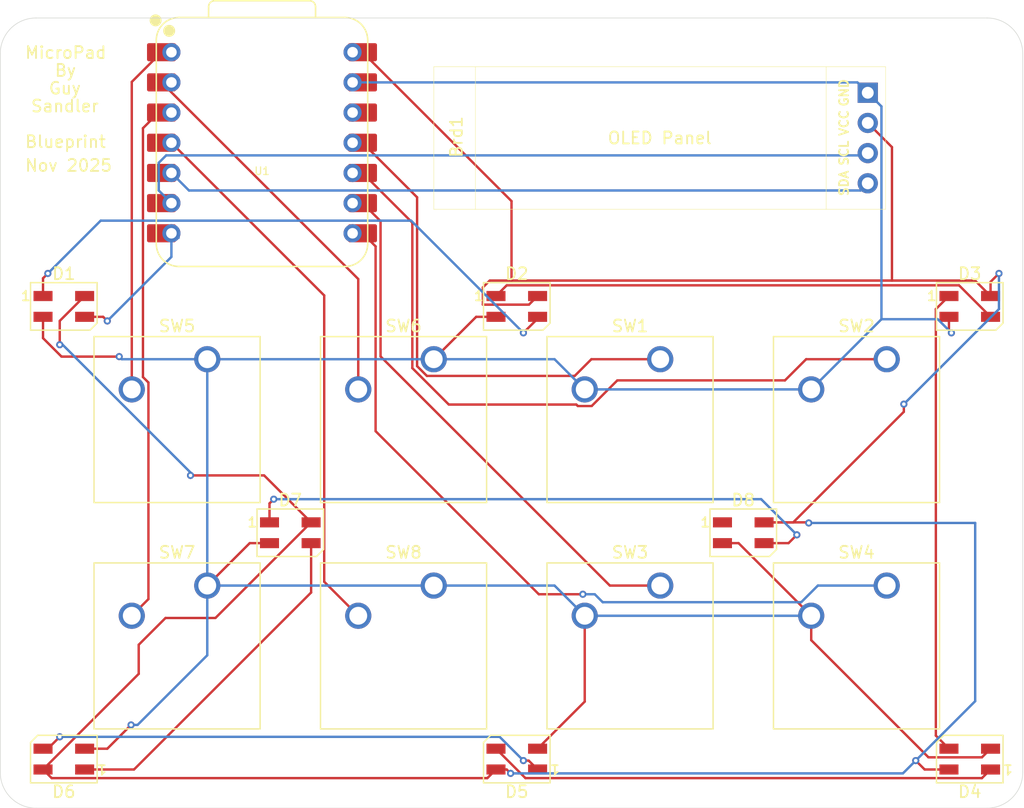
<source format=kicad_pcb>
(kicad_pcb (version 20241229) (generator "pcbnew") (generator_version "9.0")
  (layers (0 "F.Cu" signal) (2 "B.Cu" signal) (13 "F.Paste" user) (15 "B.Paste" user) (5 "F.SilkS" user "F.Silkscreen") (7 "B.SilkS" user "B.Silkscreen") (1 "F.Mask" user) (3 "B.Mask" user) (25 "Edge.Cuts" user))
  (net 0 "")
  (net 1 "Net-(Brd1-SDA)")
  (net 2 "Net-(Brd1-SCL)")
  (net 3 "GND")
  (net 4 "Net-(D1-DOUT)")
  (net 5 "Net-(D1-DIN)")
  (net 6 "Net-(D2-DOUT)")
  (net 7 "Net-(D3-DOUT)")
  (net 8 "Net-(D4-DOUT)")
  (net 9 "Net-(D5-DOUT)")
  (net 10 "Net-(D6-DOUT)")
  (net 11 "Net-(D7-DOUT)")
  (net 13 "Net-(U1-GPIO3{slash}MOSI)")
  (net 14 "Net-(U1-GPIO4{slash}MISO)")
  (net 15 "Net-(U1-GPIO2{slash}SCK)")
  (net 16 "Net-(U1-GPIO1{slash}RX)")
  (net 17 "Net-(U1-GPIO26{slash}ADC0{slash}A0)")
  (net 18 "Net-(U1-GPIO27{slash}ADC1{slash}A1)")
  (net 19 "Net-(U1-GPIO28{slash}ADC2{slash}A2)")
  (net 20 "Net-(U1-GPIO29{slash}ADC3{slash}A3)")
  (net 22 "vcc")
  (footprint "LED_SMD:LED_SK6812MINI_PLCC4_3.5x3.5mm_P1.75mm" (layer "F.Cu") (at 140.49375 123.825)
    (property "Reference" "D8" (at 0 -2.75 0) (layer "F.SilkS"))
    (property "Value" "SK6812MINI")
    (fp_line (start -2.8 -2) (end -2.8 2) (stroke (width 0.12)) (layer "F.SilkS"))
    (fp_line (start -2.8 -2) (end 2.8 -2) (stroke (width 0.12)) (layer "F.SilkS"))
    (fp_line (start -2.8 2) (end 2.2 2) (stroke (width 0.12)) (layer "F.SilkS"))
    (fp_line (start 2.8 1.4) (end 2.2 2) (stroke (width 0.12)) (layer "F.SilkS"))
    (fp_line (start 2.8 1.4) (end 2.8 -2) (stroke (width 0.12)) (layer "F.SilkS"))
    (fp_text user "1" (at -3.2 -0.875 0) (layer "F.SilkS") (effects (font (size 0.8 0.8))))
    (pad "1" smd rect (at -1.75 -0.875) (size 1.6 0.85) (layers "F.Cu" "F.Mask" "F.Paste"))
    (pad "2" smd rect (at -1.75 0.875) (size 1.6 0.85) (layers "F.Cu" "F.Mask" "F.Paste") (net 3 "GND"))
    (pad "3" smd rect (at 1.75 0.875) (size 1.6 0.85) (layers "F.Cu" "F.Mask" "F.Paste") (net 11 "Net-(D7-DOUT)"))
    (pad "4" smd rect (at 1.75 -0.875) (size 1.6 0.85) (layers "F.Cu" "F.Mask" "F.Paste") (net 22 "vcc"))
  )
  (footprint "Button_Switch_Keyboard:SW_Cherry_MX_1.00u_PCB" (layer "F.Cu") (at 95.40875 109.22)
    (property "Reference" "SW5" (at -2.54 -2.794 0) (layer "F.SilkS"))
    (property "Value" "SW_Push")
    (fp_line (start -9.525 -1.905) (end 4.445 -1.905) (stroke (width 0.12)) (layer "F.SilkS"))
    (fp_line (start -9.525 12.065) (end -9.525 -1.905) (stroke (width 0.12)) (layer "F.SilkS"))
    (fp_line (start 4.445 -1.905) (end 4.445 12.065) (stroke (width 0.12)) (layer "F.SilkS"))
    (fp_line (start 4.445 12.065) (end -9.525 12.065) (stroke (width 0.12)) (layer "F.SilkS"))
    (pad "" np_thru_hole circle (at -7.62 5.08) (size 1.7 1.7) (drill 1.7) (layers "*.Cu" "*.Mask"))
    (pad "" np_thru_hole circle (at -2.54 5.08) (size 4 4) (drill 4) (layers "*.Cu" "*.Mask"))
    (pad "" np_thru_hole circle (at 2.54 5.08) (size 1.7 1.7) (drill 1.7) (layers "*.Cu" "*.Mask"))
    (pad "1" thru_hole circle (at 0 0) (size 2.2 2.2) (drill 1.5) (layers "*.Cu" "*.Mask") (net 3 "GND"))
    (pad "2" thru_hole circle (at -6.35 2.54) (size 2.2 2.2) (drill 1.5) (layers "*.Cu" "*.Mask") (net 17 "Net-(U1-GPIO26{slash}ADC0{slash}A0)"))
  )
  (footprint "Button_Switch_Keyboard:SW_Cherry_MX_1.00u_PCB" (layer "F.Cu") (at 152.55875 109.22)
    (property "Reference" "SW2" (at -2.54 -2.794 0) (layer "F.SilkS"))
    (property "Value" "SW_Push")
    (fp_line (start -9.525 -1.905) (end 4.445 -1.905) (stroke (width 0.12)) (layer "F.SilkS"))
    (fp_line (start -9.525 12.065) (end -9.525 -1.905) (stroke (width 0.12)) (layer "F.SilkS"))
    (fp_line (start 4.445 -1.905) (end 4.445 12.065) (stroke (width 0.12)) (layer "F.SilkS"))
    (fp_line (start 4.445 12.065) (end -9.525 12.065) (stroke (width 0.12)) (layer "F.SilkS"))
    (pad "" np_thru_hole circle (at -7.62 5.08) (size 1.7 1.7) (drill 1.7) (layers "*.Cu" "*.Mask"))
    (pad "" np_thru_hole circle (at -2.54 5.08) (size 4 4) (drill 4) (layers "*.Cu" "*.Mask"))
    (pad "" np_thru_hole circle (at 2.54 5.08) (size 1.7 1.7) (drill 1.7) (layers "*.Cu" "*.Mask"))
    (pad "1" thru_hole circle (at 0 0) (size 2.2 2.2) (drill 1.5) (layers "*.Cu" "*.Mask") (net 14 "Net-(U1-GPIO4{slash}MISO)"))
    (pad "2" thru_hole circle (at -6.35 2.54) (size 2.2 2.2) (drill 1.5) (layers "*.Cu" "*.Mask") (net 3 "GND"))
  )
  (footprint "oled:SSD1306-0.91-OLED-4pin-128x32" (layer "F.Cu") (at 114.465 84.6025)
    (property "Reference" "Brd1" (at 1.9 5.91 90) (layer "F.SilkS"))
    (property "Value" "SSD1306")
    (fp_line (start 0 0) (end 0 12) (stroke (width 0.04)) (layer "F.SilkS"))
    (fp_line (start 0 12) (end 38 12) (stroke (width 0.04)) (layer "F.SilkS"))
    (fp_line (start 3.5 0) (end 3.5 12) (stroke (width 0.04)) (layer "F.SilkS"))
    (fp_line (start 33 0) (end 33 12) (stroke (width 0.04)) (layer "F.SilkS"))
    (fp_line (start 38 0) (end 0 0) (stroke (width 0.04)) (layer "F.SilkS"))
    (fp_line (start 38 12) (end 38 0) (stroke (width 0.04)) (layer "F.SilkS"))
    (fp_text user "SCL" (at 34.5 7.27 270) (layer "F.SilkS") (effects (font (size 0.75 0.75))))
    (fp_text user "OLED Panel" (at 19 6 0) (layer "F.SilkS"))
    (fp_text user "VCC" (at 34.5 4.73 270) (layer "F.SilkS") (effects (font (size 0.75 0.75))))
    (fp_text user "SDA" (at 34.5 9.81 270) (layer "F.SilkS") (effects (font (size 0.75 0.75))))
    (fp_text user "GND" (at 34.5 2.19 270) (layer "F.SilkS") (effects (font (size 0.75 0.75))))
    (pad "1" thru_hole rect (at 36.5 2.19) (size 1.7 1.7) (drill 1) (layers "*.Cu" "*.Mask") (net 3 "GND"))
    (pad "2" thru_hole oval (at 36.5 4.73) (size 1.7 1.7) (drill 1) (layers "*.Cu" "*.Mask") (net 22 "vcc"))
    (pad "3" thru_hole oval (at 36.5 7.27) (size 1.7 1.7) (drill 1) (layers "*.Cu" "*.Mask") (net 2 "Net-(Brd1-SCL)"))
    (pad "4" thru_hole oval (at 36.5 9.81) (size 1.7 1.7) (drill 1) (layers "*.Cu" "*.Mask") (net 1 "Net-(Brd1-SDA)"))
  )
  (footprint "LED_SMD:LED_SK6812MINI_PLCC4_3.5x3.5mm_P1.75mm" (layer "F.Cu") (at 83.34375 104.775)
    (property "Reference" "D1" (at 0 -2.75 0) (layer "F.SilkS"))
    (property "Value" "SK6812MINI")
    (fp_line (start -2.8 -2) (end -2.8 2) (stroke (width 0.12)) (layer "F.SilkS"))
    (fp_line (start -2.8 -2) (end 2.8 -2) (stroke (width 0.12)) (layer "F.SilkS"))
    (fp_line (start -2.8 2) (end 2.2 2) (stroke (width 0.12)) (layer "F.SilkS"))
    (fp_line (start 2.8 1.4) (end 2.2 2) (stroke (width 0.12)) (layer "F.SilkS"))
    (fp_line (start 2.8 1.4) (end 2.8 -2) (stroke (width 0.12)) (layer "F.SilkS"))
    (fp_text user "1" (at -3.2 -0.875 0) (layer "F.SilkS") (effects (font (size 0.8 0.8))))
    (pad "1" smd rect (at -1.75 -0.875) (size 1.6 0.85) (layers "F.Cu" "F.Mask" "F.Paste") (net 4 "Net-(D1-DOUT)"))
    (pad "2" smd rect (at -1.75 0.875) (size 1.6 0.85) (layers "F.Cu" "F.Mask" "F.Paste") (net 3 "GND"))
    (pad "3" smd rect (at 1.75 0.875) (size 1.6 0.85) (layers "F.Cu" "F.Mask" "F.Paste") (net 5 "Net-(D1-DIN)"))
    (pad "4" smd rect (at 1.75 -0.875) (size 1.6 0.85) (layers "F.Cu" "F.Mask" "F.Paste") (net 22 "vcc"))
  )
  (footprint "LED_SMD:LED_SK6812MINI_PLCC4_3.5x3.5mm_P1.75mm" (layer "F.Cu") (at 102.39375 123.825)
    (property "Reference" "D7" (at 0 -2.75 0) (layer "F.SilkS"))
    (property "Value" "SK6812MINI")
    (fp_line (start -2.8 -2) (end -2.8 2) (stroke (width 0.12)) (layer "F.SilkS"))
    (fp_line (start -2.8 -2) (end 2.8 -2) (stroke (width 0.12)) (layer "F.SilkS"))
    (fp_line (start -2.8 2) (end 2.2 2) (stroke (width 0.12)) (layer "F.SilkS"))
    (fp_line (start 2.8 1.4) (end 2.2 2) (stroke (width 0.12)) (layer "F.SilkS"))
    (fp_line (start 2.8 1.4) (end 2.8 -2) (stroke (width 0.12)) (layer "F.SilkS"))
    (fp_text user "1" (at -3.2 -0.875 0) (layer "F.SilkS") (effects (font (size 0.8 0.8))))
    (pad "1" smd rect (at -1.75 -0.875) (size 1.6 0.85) (layers "F.Cu" "F.Mask" "F.Paste") (net 11 "Net-(D7-DOUT)"))
    (pad "2" smd rect (at -1.75 0.875) (size 1.6 0.85) (layers "F.Cu" "F.Mask" "F.Paste") (net 3 "GND"))
    (pad "3" smd rect (at 1.75 0.875) (size 1.6 0.85) (layers "F.Cu" "F.Mask" "F.Paste") (net 10 "Net-(D6-DOUT)"))
    (pad "4" smd rect (at 1.75 -0.875) (size 1.6 0.85) (layers "F.Cu" "F.Mask" "F.Paste") (net 22 "vcc"))
  )
  (footprint "LED_SMD:LED_SK6812MINI_PLCC4_3.5x3.5mm_P1.75mm" (layer "F.Cu") (at 121.44375 104.775)
    (property "Reference" "D2" (at 0 -2.75 0) (layer "F.SilkS"))
    (property "Value" "SK6812MINI")
    (fp_line (start -2.8 -2) (end -2.8 2) (stroke (width 0.12)) (layer "F.SilkS"))
    (fp_line (start -2.8 -2) (end 2.8 -2) (stroke (width 0.12)) (layer "F.SilkS"))
    (fp_line (start -2.8 2) (end 2.2 2) (stroke (width 0.12)) (layer "F.SilkS"))
    (fp_line (start 2.8 1.4) (end 2.2 2) (stroke (width 0.12)) (layer "F.SilkS"))
    (fp_line (start 2.8 1.4) (end 2.8 -2) (stroke (width 0.12)) (layer "F.SilkS"))
    (fp_text user "1" (at -3.2 -0.875 0) (layer "F.SilkS") (effects (font (size 0.8 0.8))))
    (pad "1" smd rect (at -1.75 -0.875) (size 1.6 0.85) (layers "F.Cu" "F.Mask" "F.Paste") (net 6 "Net-(D2-DOUT)"))
    (pad "2" smd rect (at -1.75 0.875) (size 1.6 0.85) (layers "F.Cu" "F.Mask" "F.Paste") (net 3 "GND"))
    (pad "3" smd rect (at 1.75 0.875) (size 1.6 0.85) (layers "F.Cu" "F.Mask" "F.Paste") (net 4 "Net-(D1-DOUT)"))
    (pad "4" smd rect (at 1.75 -0.875) (size 1.6 0.85) (layers "F.Cu" "F.Mask" "F.Paste") (net 22 "vcc"))
  )
  (footprint "Button_Switch_Keyboard:SW_Cherry_MX_1.00u_PCB" (layer "F.Cu") (at 95.40875 128.27)
    (property "Reference" "SW7" (at -2.54 -2.794 0) (layer "F.SilkS"))
    (property "Value" "SW_Push")
    (fp_line (start -9.525 -1.905) (end 4.445 -1.905) (stroke (width 0.12)) (layer "F.SilkS"))
    (fp_line (start -9.525 12.065) (end -9.525 -1.905) (stroke (width 0.12)) (layer "F.SilkS"))
    (fp_line (start 4.445 -1.905) (end 4.445 12.065) (stroke (width 0.12)) (layer "F.SilkS"))
    (fp_line (start 4.445 12.065) (end -9.525 12.065) (stroke (width 0.12)) (layer "F.SilkS"))
    (pad "" np_thru_hole circle (at -7.62 5.08) (size 1.7 1.7) (drill 1.7) (layers "*.Cu" "*.Mask"))
    (pad "" np_thru_hole circle (at -2.54 5.08) (size 4 4) (drill 4) (layers "*.Cu" "*.Mask"))
    (pad "" np_thru_hole circle (at 2.54 5.08) (size 1.7 1.7) (drill 1.7) (layers "*.Cu" "*.Mask"))
    (pad "1" thru_hole circle (at 0 0) (size 2.2 2.2) (drill 1.5) (layers "*.Cu" "*.Mask") (net 3 "GND"))
    (pad "2" thru_hole circle (at -6.35 2.54) (size 2.2 2.2) (drill 1.5) (layers "*.Cu" "*.Mask") (net 19 "Net-(U1-GPIO28{slash}ADC2{slash}A2)"))
  )
  (footprint "LED_SMD:LED_SK6812MINI_PLCC4_3.5x3.5mm_P1.75mm" (layer "F.Cu") (at 121.44375 142.875 180)
    (property "Reference" "D5" (at 0 -2.75 0) (layer "F.SilkS"))
    (property "Value" "SK6812MINI")
    (fp_line (start 2.8 1.4) (end 2.8 -2) (stroke (width 0.12)) (layer "F.SilkS"))
    (fp_line (start 2.8 1.4) (end 2.2 2) (stroke (width 0.12)) (layer "F.SilkS"))
    (fp_line (start -2.8 2) (end 2.2 2) (stroke (width 0.12)) (layer "F.SilkS"))
    (fp_line (start -2.8 -2) (end 2.8 -2) (stroke (width 0.12)) (layer "F.SilkS"))
    (fp_line (start -2.8 -2) (end -2.8 2) (stroke (width 0.12)) (layer "F.SilkS"))
    (fp_text user "1" (at -3.2 -0.875 180) (layer "F.SilkS") (effects (font (size 0.8 0.8))))
    (pad "1" smd rect (at -1.75 -0.875 180) (size 1.6 0.85) (layers "F.Cu" "F.Mask" "F.Paste") (net 9 "Net-(D5-DOUT)"))
    (pad "2" smd rect (at -1.75 0.875 180) (size 1.6 0.85) (layers "F.Cu" "F.Mask" "F.Paste") (net 3 "GND"))
    (pad "3" smd rect (at 1.75 0.875 180) (size 1.6 0.85) (layers "F.Cu" "F.Mask" "F.Paste") (net 8 "Net-(D4-DOUT)"))
    (pad "4" smd rect (at 1.75 -0.875 180) (size 1.6 0.85) (layers "F.Cu" "F.Mask" "F.Paste") (net 22 "vcc"))
  )
  (footprint "Seeed Studio XIAO Series Library:XIAO-RP2040-DIP" (layer "F.Cu") (at 100.0125 91)
    (property "Reference" "U1" (at 0 2.38125 0) (layer "F.SilkS") (effects (font (size 0.635 0.635) (thickness 0.1016))))
    (property "Value" "XIAO-RP2040-DIP")
    (fp_line (start -8.89 8.509) (end -8.89 -8.636) (stroke (width 0.127)) (layer "F.SilkS"))
    (fp_line (start -6.985 10.414) (end 6.985 10.414) (stroke (width 0.127)) (layer "F.SilkS"))
    (fp_line (start -4.495 -10.541) (end -4.491272 -11.451272) (stroke (width 0.127)) (layer "F.SilkS"))
    (fp_line (start -3.991272 -11.951) (end 4.004 -11.951) (stroke (width 0.127)) (layer "F.SilkS"))
    (fp_line (start 4.504 -11.451) (end 4.504 -10.541) (stroke (width 0.127)) (layer "F.SilkS"))
    (fp_line (start 6.985 -10.541) (end -6.985 -10.541) (stroke (width 0.1)) (layer "F.SilkS"))
    (fp_line (start 6.985 -10.541) (end -6.985 -10.541) (stroke (width 0.127)) (layer "F.SilkS"))
    (fp_line (start 8.89 8.509) (end 8.89 -8.636) (stroke (width 0.127)) (layer "F.SilkS"))
    (fp_arc (start -8.89 -8.636) (mid -8.332038 -9.983038) (end -6.985 -10.541) (stroke (width 0.127)) (layer "F.SilkS"))
    (fp_arc (start -6.985 10.414) (mid -8.332038 9.856038) (end -8.89 8.509) (stroke (width 0.127)) (layer "F.SilkS"))
    (fp_arc (start -4.491272 -11.451272) (mid -4.344728 -11.80464) (end -3.991272 -11.951) (stroke (width 0.127)) (layer "F.SilkS"))
    (fp_arc (start 4.004 -11.951) (mid 4.357553 -11.804553) (end 4.504 -11.451) (stroke (width 0.127)) (layer "F.SilkS"))
    (fp_arc (start 6.985 -10.541) (mid 8.332038 -9.983038) (end 8.89 -8.636) (stroke (width 0.127)) (layer "F.SilkS"))
    (fp_arc (start 8.89 8.509) (mid 8.332038 9.856038) (end 6.985 10.414) (stroke (width 0.127)) (layer "F.SilkS"))
    (fp_circle (center -8.95 -10.3) (end -8.95 -10.554) (stroke (width 0.5)) (fill yes) (layer "F.SilkS"))
    (fp_circle (center -7.807 -9.42) (end -7.807 -9.674) (stroke (width 0.5)) (fill yes) (layer "F.SilkS"))
    (pad "1" smd roundrect (at -8.455 -7.62 180) (size 2.432 1.524) (layers "F.Cu" "F.Mask") (roundrect_rratio 0.1) (net 17 "Net-(U1-GPIO26{slash}ADC0{slash}A0)"))
    (pad "1" thru_hole circle (at -7.62 -7.62 180) (size 1.524 1.524) (drill 0.889) (layers "*.Cu" "*.Mask") (net 17 "Net-(U1-GPIO26{slash}ADC0{slash}A0)"))
    (pad "2" smd roundrect (at -8.455 -5.08 180) (size 2.432 1.524) (layers "F.Cu" "F.Mask") (roundrect_rratio 0.1) (net 18 "Net-(U1-GPIO27{slash}ADC1{slash}A1)"))
    (pad "2" thru_hole circle (at -7.62 -5.08 180) (size 1.524 1.524) (drill 0.889) (layers "*.Cu" "*.Mask") (net 18 "Net-(U1-GPIO27{slash}ADC1{slash}A1)"))
    (pad "3" smd roundrect (at -8.455 -2.54 180) (size 2.432 1.524) (layers "F.Cu" "F.Mask") (roundrect_rratio 0.1) (net 19 "Net-(U1-GPIO28{slash}ADC2{slash}A2)"))
    (pad "3" thru_hole circle (at -7.62 -2.54 180) (size 1.524 1.524) (drill 0.889) (layers "*.Cu" "*.Mask") (net 19 "Net-(U1-GPIO28{slash}ADC2{slash}A2)"))
    (pad "4" smd roundrect (at -8.455 0 180) (size 2.432 1.524) (layers "F.Cu" "F.Mask") (roundrect_rratio 0.1) (net 20 "Net-(U1-GPIO29{slash}ADC3{slash}A3)"))
    (pad "4" thru_hole circle (at -7.62 0 180) (size 1.524 1.524) (drill 0.889) (layers "*.Cu" "*.Mask") (net 20 "Net-(U1-GPIO29{slash}ADC3{slash}A3)"))
    (pad "5" smd roundrect (at -8.455 2.54 180) (size 2.432 1.524) (layers "F.Cu" "F.Mask") (roundrect_rratio 0.1) (net 1 "Net-(Brd1-SDA)"))
    (pad "5" thru_hole circle (at -7.62 2.54 180) (size 1.524 1.524) (drill 0.889) (layers "*.Cu" "*.Mask") (net 1 "Net-(Brd1-SDA)"))
    (pad "6" smd roundrect (at -8.455 5.08 180) (size 2.432 1.524) (layers "F.Cu" "F.Mask") (roundrect_rratio 0.1) (net 2 "Net-(Brd1-SCL)"))
    (pad "6" thru_hole circle (at -7.62 5.08 180) (size 1.524 1.524) (drill 0.889) (layers "*.Cu" "*.Mask") (net 2 "Net-(Brd1-SCL)"))
    (pad "7" smd roundrect (at -8.455 7.62 180) (size 2.432 1.524) (layers "F.Cu" "F.Mask") (roundrect_rratio 0.1) (net 5 "Net-(D1-DIN)"))
    (pad "7" thru_hole circle (at -7.62 7.62 180) (size 1.524 1.524) (drill 0.889) (layers "*.Cu" "*.Mask") (net 5 "Net-(D1-DIN)"))
    (pad "8" thru_hole circle (at 7.62 7.62) (size 1.524 1.524) (drill 0.889) (layers "*.Cu" "*.Mask") (net 16 "Net-(U1-GPIO1{slash}RX)"))
    (pad "8" smd roundrect (at 8.455 7.62) (size 2.432 1.524) (layers "F.Cu" "F.Mask") (roundrect_rratio 0.1) (net 16 "Net-(U1-GPIO1{slash}RX)"))
    (pad "9" thru_hole circle (at 7.62 5.08) (size 1.524 1.524) (drill 0.889) (layers "*.Cu" "*.Mask") (net 15 "Net-(U1-GPIO2{slash}SCK)"))
    (pad "9" smd roundrect (at 8.455 5.08) (size 2.432 1.524) (layers "F.Cu" "F.Mask") (roundrect_rratio 0.1) (net 15 "Net-(U1-GPIO2{slash}SCK)"))
    (pad "10" thru_hole circle (at 7.62 2.54) (size 1.524 1.524) (drill 0.889) (layers "*.Cu" "*.Mask") (net 14 "Net-(U1-GPIO4{slash}MISO)"))
    (pad "10" smd roundrect (at 8.455 2.54) (size 2.432 1.524) (layers "F.Cu" "F.Mask") (roundrect_rratio 0.1) (net 14 "Net-(U1-GPIO4{slash}MISO)"))
    (pad "11" thru_hole circle (at 7.62 0) (size 1.524 1.524) (drill 0.889) (layers "*.Cu" "*.Mask") (net 13 "Net-(U1-GPIO3{slash}MOSI)"))
    (pad "11" smd roundrect (at 8.455 0) (size 2.432 1.524) (layers "F.Cu" "F.Mask") (roundrect_rratio 0.1) (net 13 "Net-(U1-GPIO3{slash}MOSI)"))
    (pad "12" thru_hole circle (at 7.62 -2.54) (size 1.524 1.524) (drill 0.889) (layers "*.Cu" "*.Mask"))
    (pad "12" smd roundrect (at 8.455 -2.54) (size 2.432 1.524) (layers "F.Cu" "F.Mask") (roundrect_rratio 0.1))
    (pad "13" thru_hole circle (at 7.62 -5.08) (size 1.524 1.524) (drill 0.889) (layers "*.Cu" "*.Mask") (net 3 "GND"))
    (pad "13" smd roundrect (at 8.455 -5.08) (size 2.432 1.524) (layers "F.Cu" "F.Mask") (roundrect_rratio 0.1) (net 3 "GND"))
    (pad "14" thru_hole circle (at 7.62 -7.62) (size 1.524 1.524) (drill 0.889) (layers "*.Cu" "*.Mask") (net 22 "vcc"))
    (pad "14" smd roundrect (at 8.455 -7.62) (size 2.432 1.524) (layers "F.Cu" "F.Mask") (roundrect_rratio 0.1) (net 22 "vcc"))
  )
  (footprint "Button_Switch_Keyboard:SW_Cherry_MX_1.00u_PCB" (layer "F.Cu") (at 133.50875 109.22)
    (property "Reference" "SW1" (at -2.54 -2.794 0) (layer "F.SilkS"))
    (property "Value" "SW_Push")
    (fp_line (start -9.525 -1.905) (end 4.445 -1.905) (stroke (width 0.12)) (layer "F.SilkS"))
    (fp_line (start -9.525 12.065) (end -9.525 -1.905) (stroke (width 0.12)) (layer "F.SilkS"))
    (fp_line (start 4.445 -1.905) (end 4.445 12.065) (stroke (width 0.12)) (layer "F.SilkS"))
    (fp_line (start 4.445 12.065) (end -9.525 12.065) (stroke (width 0.12)) (layer "F.SilkS"))
    (pad "" np_thru_hole circle (at -7.62 5.08) (size 1.7 1.7) (drill 1.7) (layers "*.Cu" "*.Mask"))
    (pad "" np_thru_hole circle (at -2.54 5.08) (size 4 4) (drill 4) (layers "*.Cu" "*.Mask"))
    (pad "" np_thru_hole circle (at 2.54 5.08) (size 1.7 1.7) (drill 1.7) (layers "*.Cu" "*.Mask"))
    (pad "1" thru_hole circle (at 0 0) (size 2.2 2.2) (drill 1.5) (layers "*.Cu" "*.Mask") (net 13 "Net-(U1-GPIO3{slash}MOSI)"))
    (pad "2" thru_hole circle (at -6.35 2.54) (size 2.2 2.2) (drill 1.5) (layers "*.Cu" "*.Mask") (net 3 "GND"))
  )
  (footprint "Button_Switch_Keyboard:SW_Cherry_MX_1.00u_PCB" (layer "F.Cu") (at 133.50875 128.27)
    (property "Reference" "SW3" (at -2.54 -2.794 0) (layer "F.SilkS"))
    (property "Value" "SW_Push")
    (fp_line (start -9.525 -1.905) (end 4.445 -1.905) (stroke (width 0.12)) (layer "F.SilkS"))
    (fp_line (start -9.525 12.065) (end -9.525 -1.905) (stroke (width 0.12)) (layer "F.SilkS"))
    (fp_line (start 4.445 -1.905) (end 4.445 12.065) (stroke (width 0.12)) (layer "F.SilkS"))
    (fp_line (start 4.445 12.065) (end -9.525 12.065) (stroke (width 0.12)) (layer "F.SilkS"))
    (pad "" np_thru_hole circle (at -7.62 5.08) (size 1.7 1.7) (drill 1.7) (layers "*.Cu" "*.Mask"))
    (pad "" np_thru_hole circle (at -2.54 5.08) (size 4 4) (drill 4) (layers "*.Cu" "*.Mask"))
    (pad "" np_thru_hole circle (at 2.54 5.08) (size 1.7 1.7) (drill 1.7) (layers "*.Cu" "*.Mask"))
    (pad "1" thru_hole circle (at 0 0) (size 2.2 2.2) (drill 1.5) (layers "*.Cu" "*.Mask") (net 15 "Net-(U1-GPIO2{slash}SCK)"))
    (pad "2" thru_hole circle (at -6.35 2.54) (size 2.2 2.2) (drill 1.5) (layers "*.Cu" "*.Mask") (net 3 "GND"))
  )
  (footprint "LED_SMD:LED_SK6812MINI_PLCC4_3.5x3.5mm_P1.75mm" (layer "F.Cu") (at 159.54375 142.875 180)
    (property "Reference" "D4" (at 0 -2.75 0) (layer "F.SilkS"))
    (property "Value" "SK6812MINI")
    (fp_line (start 2.8 1.4) (end 2.8 -2) (stroke (width 0.12)) (layer "F.SilkS"))
    (fp_line (start 2.8 1.4) (end 2.2 2) (stroke (width 0.12)) (layer "F.SilkS"))
    (fp_line (start -2.8 2) (end 2.2 2) (stroke (width 0.12)) (layer "F.SilkS"))
    (fp_line (start -2.8 -2) (end 2.8 -2) (stroke (width 0.12)) (layer "F.SilkS"))
    (fp_line (start -2.8 -2) (end -2.8 2) (stroke (width 0.12)) (layer "F.SilkS"))
    (fp_text user "1" (at -3.2 -0.875 180) (layer "F.SilkS") (effects (font (size 0.8 0.8))))
    (pad "1" smd rect (at -1.75 -0.875 180) (size 1.6 0.85) (layers "F.Cu" "F.Mask" "F.Paste") (net 8 "Net-(D4-DOUT)"))
    (pad "2" smd rect (at -1.75 0.875 180) (size 1.6 0.85) (layers "F.Cu" "F.Mask" "F.Paste") (net 3 "GND"))
    (pad "3" smd rect (at 1.75 0.875 180) (size 1.6 0.85) (layers "F.Cu" "F.Mask" "F.Paste") (net 7 "Net-(D3-DOUT)"))
    (pad "4" smd rect (at 1.75 -0.875 180) (size 1.6 0.85) (layers "F.Cu" "F.Mask" "F.Paste") (net 22 "vcc"))
  )
  (footprint "LED_SMD:LED_SK6812MINI_PLCC4_3.5x3.5mm_P1.75mm" (layer "F.Cu") (at 159.54375 104.775)
    (property "Reference" "D3" (at 0 -2.75 0) (layer "F.SilkS"))
    (property "Value" "SK6812MINI")
    (fp_line (start -2.8 -2) (end -2.8 2) (stroke (width 0.12)) (layer "F.SilkS"))
    (fp_line (start -2.8 -2) (end 2.8 -2) (stroke (width 0.12)) (layer "F.SilkS"))
    (fp_line (start -2.8 2) (end 2.2 2) (stroke (width 0.12)) (layer "F.SilkS"))
    (fp_line (start 2.8 1.4) (end 2.2 2) (stroke (width 0.12)) (layer "F.SilkS"))
    (fp_line (start 2.8 1.4) (end 2.8 -2) (stroke (width 0.12)) (layer "F.SilkS"))
    (fp_text user "1" (at -3.2 -0.875 0) (layer "F.SilkS") (effects (font (size 0.8 0.8))))
    (pad "1" smd rect (at -1.75 -0.875) (size 1.6 0.85) (layers "F.Cu" "F.Mask" "F.Paste") (net 7 "Net-(D3-DOUT)"))
    (pad "2" smd rect (at -1.75 0.875) (size 1.6 0.85) (layers "F.Cu" "F.Mask" "F.Paste") (net 3 "GND"))
    (pad "3" smd rect (at 1.75 0.875) (size 1.6 0.85) (layers "F.Cu" "F.Mask" "F.Paste") (net 6 "Net-(D2-DOUT)"))
    (pad "4" smd rect (at 1.75 -0.875) (size 1.6 0.85) (layers "F.Cu" "F.Mask" "F.Paste") (net 22 "vcc"))
  )
  (footprint "LED_SMD:LED_SK6812MINI_PLCC4_3.5x3.5mm_P1.75mm" (layer "F.Cu") (at 83.34375 142.875 180)
    (property "Reference" "D6" (at 0 -2.75 0) (layer "F.SilkS"))
    (property "Value" "SK6812MINI")
    (fp_line (start 2.8 1.4) (end 2.8 -2) (stroke (width 0.12)) (layer "F.SilkS"))
    (fp_line (start 2.8 1.4) (end 2.2 2) (stroke (width 0.12)) (layer "F.SilkS"))
    (fp_line (start -2.8 2) (end 2.2 2) (stroke (width 0.12)) (layer "F.SilkS"))
    (fp_line (start -2.8 -2) (end 2.8 -2) (stroke (width 0.12)) (layer "F.SilkS"))
    (fp_line (start -2.8 -2) (end -2.8 2) (stroke (width 0.12)) (layer "F.SilkS"))
    (fp_text user "1" (at -3.2 -0.875 180) (layer "F.SilkS") (effects (font (size 0.8 0.8))))
    (pad "1" smd rect (at -1.75 -0.875 180) (size 1.6 0.85) (layers "F.Cu" "F.Mask" "F.Paste") (net 10 "Net-(D6-DOUT)"))
    (pad "2" smd rect (at -1.75 0.875 180) (size 1.6 0.85) (layers "F.Cu" "F.Mask" "F.Paste") (net 3 "GND"))
    (pad "3" smd rect (at 1.75 0.875 180) (size 1.6 0.85) (layers "F.Cu" "F.Mask" "F.Paste") (net 9 "Net-(D5-DOUT)"))
    (pad "4" smd rect (at 1.75 -0.875 180) (size 1.6 0.85) (layers "F.Cu" "F.Mask" "F.Paste") (net 22 "vcc"))
  )
  (footprint "Button_Switch_Keyboard:SW_Cherry_MX_1.00u_PCB" (layer "F.Cu") (at 114.45875 109.22)
    (property "Reference" "SW6" (at -2.54 -2.794 0) (layer "F.SilkS"))
    (property "Value" "SW_Push")
    (fp_line (start -9.525 -1.905) (end 4.445 -1.905) (stroke (width 0.12)) (layer "F.SilkS"))
    (fp_line (start -9.525 12.065) (end -9.525 -1.905) (stroke (width 0.12)) (layer "F.SilkS"))
    (fp_line (start 4.445 -1.905) (end 4.445 12.065) (stroke (width 0.12)) (layer "F.SilkS"))
    (fp_line (start 4.445 12.065) (end -9.525 12.065) (stroke (width 0.12)) (layer "F.SilkS"))
    (pad "" np_thru_hole circle (at -7.62 5.08) (size 1.7 1.7) (drill 1.7) (layers "*.Cu" "*.Mask"))
    (pad "" np_thru_hole circle (at -2.54 5.08) (size 4 4) (drill 4) (layers "*.Cu" "*.Mask"))
    (pad "" np_thru_hole circle (at 2.54 5.08) (size 1.7 1.7) (drill 1.7) (layers "*.Cu" "*.Mask"))
    (pad "1" thru_hole circle (at 0 0) (size 2.2 2.2) (drill 1.5) (layers "*.Cu" "*.Mask") (net 3 "GND"))
    (pad "2" thru_hole circle (at -6.35 2.54) (size 2.2 2.2) (drill 1.5) (layers "*.Cu" "*.Mask") (net 18 "Net-(U1-GPIO27{slash}ADC1{slash}A1)"))
  )
  (footprint "Button_Switch_Keyboard:SW_Cherry_MX_1.00u_PCB" (layer "F.Cu") (at 114.45875 128.27)
    (property "Reference" "SW8" (at -2.54 -2.794 0) (layer "F.SilkS"))
    (property "Value" "SW_Push")
    (fp_line (start -9.525 -1.905) (end 4.445 -1.905) (stroke (width 0.12)) (layer "F.SilkS"))
    (fp_line (start -9.525 12.065) (end -9.525 -1.905) (stroke (width 0.12)) (layer "F.SilkS"))
    (fp_line (start 4.445 -1.905) (end 4.445 12.065) (stroke (width 0.12)) (layer "F.SilkS"))
    (fp_line (start 4.445 12.065) (end -9.525 12.065) (stroke (width 0.12)) (layer "F.SilkS"))
    (pad "" np_thru_hole circle (at -7.62 5.08) (size 1.7 1.7) (drill 1.7) (layers "*.Cu" "*.Mask"))
    (pad "" np_thru_hole circle (at -2.54 5.08) (size 4 4) (drill 4) (layers "*.Cu" "*.Mask"))
    (pad "" np_thru_hole circle (at 2.54 5.08) (size 1.7 1.7) (drill 1.7) (layers "*.Cu" "*.Mask"))
    (pad "1" thru_hole circle (at 0 0) (size 2.2 2.2) (drill 1.5) (layers "*.Cu" "*.Mask") (net 3 "GND"))
    (pad "2" thru_hole circle (at -6.35 2.54) (size 2.2 2.2) (drill 1.5) (layers "*.Cu" "*.Mask") (net 20 "Net-(U1-GPIO29{slash}ADC3{slash}A3)"))
  )
  (footprint "Button_Switch_Keyboard:SW_Cherry_MX_1.00u_PCB" (layer "F.Cu") (at 152.55875 128.27)
    (property "Reference" "SW4" (at -2.54 -2.794 0) (layer "F.SilkS"))
    (property "Value" "SW_Push")
    (fp_line (start -9.525 -1.905) (end 4.445 -1.905) (stroke (width 0.12)) (layer "F.SilkS"))
    (fp_line (start -9.525 12.065) (end -9.525 -1.905) (stroke (width 0.12)) (layer "F.SilkS"))
    (fp_line (start 4.445 -1.905) (end 4.445 12.065) (stroke (width 0.12)) (layer "F.SilkS"))
    (fp_line (start 4.445 12.065) (end -9.525 12.065) (stroke (width 0.12)) (layer "F.SilkS"))
    (pad "" np_thru_hole circle (at -7.62 5.08) (size 1.7 1.7) (drill 1.7) (layers "*.Cu" "*.Mask"))
    (pad "" np_thru_hole circle (at -2.54 5.08) (size 4 4) (drill 4) (layers "*.Cu" "*.Mask"))
    (pad "" np_thru_hole circle (at 2.54 5.08) (size 1.7 1.7) (drill 1.7) (layers "*.Cu" "*.Mask"))
    (pad "1" thru_hole circle (at 0 0) (size 2.2 2.2) (drill 1.5) (layers "*.Cu" "*.Mask") (net 16 "Net-(U1-GPIO1{slash}RX)"))
    (pad "2" thru_hole circle (at -6.35 2.54) (size 2.2 2.2) (drill 1.5) (layers "*.Cu" "*.Mask") (net 3 "GND"))
  )
  (gr_line (start 78 144) (end 78 83.5) (stroke (width 0.05)) (layer "Edge.Cuts"))
  (gr_line (start 81 80.5) (end 161 80.5) (stroke (width 0.05)) (layer "Edge.Cuts"))
  (gr_arc (start 81 147) (mid 78.87868 146.12132) (end 78 144) (stroke (width 0.05)) (layer "Edge.Cuts"))
  (gr_line (start 161 147) (end 81 147) (stroke (width 0.05)) (layer "Edge.Cuts"))
  (gr_arc (start 78 83.5) (mid 78.87868 81.37868) (end 81 80.5) (stroke (width 0.05)) (layer "Edge.Cuts"))
  (gr_line (start 164 83.5) (end 164 144) (stroke (width 0.05)) (layer "Edge.Cuts"))
  (gr_arc (start 164 144) (mid 163.12132 146.12132) (end 161 147) (stroke (width 0.05)) (layer "Edge.Cuts"))
  (gr_arc (start 161 80.5) (mid 163.12132 81.37868) (end 164 83.5) (stroke (width 0.05)) (layer "Edge.Cuts"))
  (gr_text "Guy" (at 82 87 0) (layer "F.SilkS") (effects (font (size 1 1)) (justify left bottom)))
  (gr_text "By" (at 82.5 85.5 0) (layer "F.SilkS") (effects (font (size 1 1)) (justify left bottom)))
  (gr_text "Nov 2025" (at 80 93.5 0) (layer "F.SilkS") (effects (font (size 1 1)) (justify left bottom)))
  (gr_text "Blueprint\n" (at 80 91.5 0) (layer "F.SilkS") (effects (font (size 1 1)) (justify left bottom)))
  (gr_text "MicroPad" (at 80 84 0) (layer "F.SilkS") (effects (font (size 1 1)) (justify left bottom)))
  (gr_text "Sandler" (at 80.5 88.5 0) (layer "F.SilkS") (effects (font (size 1 1)) (justify left bottom)))
  (segment (start 92.3925 93.54) (end 93.8695 95.017) (width 0.2) (layer "B.Cu") (net 1))
  (segment (start 93.8695 95.017) (end 150.3605 95.017) (width 0.2) (layer "B.Cu") (net 1))
  (segment (start 150.3605 95.017) (end 150.965 94.4125) (width 0.2) (layer "B.Cu") (net 1))
  (segment (start 150.7745 92.063) (end 150.965 91.8725) (width 0.2) (layer "B.Cu") (net 2))
  (segment (start 91.3295 92.68569) (end 91.95219 92.063) (width 0.2) (layer "B.Cu") (net 2))
  (segment (start 91.95219 92.063) (end 150.7745 92.063) (width 0.2) (layer "B.Cu") (net 2))
  (segment (start 91.3295 95.017) (end 91.3295 92.68569) (width 0.2) (layer "B.Cu") (net 2))
  (segment (start 92.3925 96.08) (end 91.3295 95.017) (width 0.2) (layer "B.Cu") (net 2))
  (segment (start 100.64375 124.7) (end 98.97875 124.7) (width 0.2) (layer "F.Cu") (net 3))
  (segment (start 81.59375 107.443693) (end 83.150057 109) (width 0.2) (layer "F.Cu") (net 3))
  (segment (start 123.19375 142) (end 127.15875 138.035) (width 0.2) (layer "F.Cu") (net 3))
  (segment (start 81.59375 105.65) (end 81.59375 107.443693) (width 0.2) (layer "F.Cu") (net 3))
  (segment (start 98.97875 124.7) (end 95.40875 128.27) (width 0.2) (layer "F.Cu") (net 3))
  (segment (start 146.20875 132.864816) (end 146.20875 130.81) (width 0.2) (layer "F.Cu") (net 3))
  (segment (start 161.29375 142) (end 160.56775 142.726) (width 0.2) (layer "F.Cu") (net 3))
  (segment (start 83.150057 109) (end 88 109) (width 0.2) (layer "F.Cu") (net 3))
  (segment (start 138.74375 124.7) (end 140.09875 124.7) (width 0.2) (layer "F.Cu") (net 3))
  (segment (start 85.09375 142) (end 87 142) (width 0.2) (layer "F.Cu") (net 3))
  (segment (start 140.09875 124.7) (end 146.20875 130.81) (width 0.2) (layer "F.Cu") (net 3))
  (segment (start 127.15875 138.035) (end 127.15875 130.81) (width 0.2) (layer "F.Cu") (net 3))
  (segment (start 157.79375 105.65) (end 157.79375 106.79375) (width 0.2) (layer "F.Cu") (net 3))
  (segment (start 157.79375 106.79375) (end 158 107) (width 0.2) (layer "F.Cu") (net 3))
  (segment (start 160.56775 142.726) (end 156.069934 142.726) (width 0.2) (layer "F.Cu") (net 3))
  (segment (start 118.02875 105.65) (end 114.45875 109.22) (width 0.2) (layer "F.Cu") (net 3))
  (segment (start 119.69375 105.65) (end 118.02875 105.65) (width 0.2) (layer "F.Cu") (net 3))
  (segment (start 156.069934 142.726) (end 146.20875 132.864816) (width 0.2) (layer "F.Cu") (net 3))
  (segment (start 87 142) (end 89 140) (width 0.2) (layer "F.Cu") (net 3))
  (via (at 158 107) (size 0.6) (drill 0.3) (layers "F.Cu" "B.Cu") (net 3))
  (via (at 88 109) (size 0.6) (drill 0.3) (layers "F.Cu" "B.Cu") (net 3))
  (via (at 89 140) (size 0.6) (drill 0.3) (layers "F.Cu" "B.Cu") (net 3))
  (segment (start 146.20875 111.76) (end 127.15875 111.76) (width 0.2) (layer "B.Cu") (net 3))
  (segment (start 95.40875 109.22) (end 95.40875 128.27) (width 0.2) (layer "B.Cu") (net 3))
  (segment (start 124.61875 109.22) (end 114.45875 109.22) (width 0.2) (layer "B.Cu") (net 3))
  (segment (start 95.40875 128.27) (end 114.45875 128.27) (width 0.2) (layer "B.Cu") (net 3))
  (segment (start 150.0925 85.92) (end 150.965 86.7925) (width 0.2) (layer "B.Cu") (net 3))
  (segment (start 158 107) (end 156.85275 105.85275) (width 0.2) (layer "B.Cu") (net 3))
  (segment (start 152.116 87.9435) (end 152.116 105.85275) (width 0.2) (layer "B.Cu") (net 3))
  (segment (start 89 140) (end 89.543566 140) (width 0.2) (layer "B.Cu") (net 3))
  (segment (start 127.15875 111.76) (end 124.61875 109.22) (width 0.2) (layer "B.Cu") (net 3))
  (segment (start 88.22 109.22) (end 95.40875 109.22) (width 0.2) (layer "B.Cu") (net 3))
  (segment (start 152.116 105.85275) (end 146.20875 111.76) (width 0.2) (layer "B.Cu") (net 3))
  (segment (start 127.15875 130.81) (end 146.20875 130.81) (width 0.2) (layer "B.Cu") (net 3))
  (segment (start 156.85275 105.85275) (end 152.116 105.85275) (width 0.2) (layer "B.Cu") (net 3))
  (segment (start 107.6325 85.92) (end 150.0925 85.92) (width 0.2) (layer "B.Cu") (net 3))
  (segment (start 150.965 86.7925) (end 152.116 87.9435) (width 0.2) (layer "B.Cu") (net 3))
  (segment (start 114.45875 128.27) (end 124.61875 128.27) (width 0.2) (layer "B.Cu") (net 3))
  (segment (start 95.40875 109.22) (end 114.45875 109.22) (width 0.2) (layer "B.Cu") (net 3))
  (segment (start 124.61875 128.27) (end 127.15875 130.81) (width 0.2) (layer "B.Cu") (net 3))
  (segment (start 88 109) (end 88.22 109.22) (width 0.2) (layer "B.Cu") (net 3))
  (segment (start 89.543566 140) (end 95.40875 134.134816) (width 0.2) (layer "B.Cu") (net 3))
  (segment (start 95.40875 134.134816) (end 95.40875 128.27) (width 0.2) (layer "B.Cu") (net 3))
  (segment (start 123.19375 105.80625) (end 122 107) (width 0.2) (layer "F.Cu") (net 4))
  (segment (start 81.59375 102.40625) (end 81.59375 103.9) (width 0.2) (layer "F.Cu") (net 4))
  (segment (start 82 102) (end 81.59375 102.40625) (width 0.2) (layer "F.Cu") (net 4))
  (segment (start 123.19375 105.65) (end 123.19375 105.80625) (width 0.2) (layer "F.Cu") (net 4))
  (via (at 122 107) (size 0.6) (drill 0.3) (layers "F.Cu" "B.Cu") (net 4))
  (via (at 82 102) (size 0.6) (drill 0.3) (layers "F.Cu" "B.Cu") (net 4))
  (segment (start 122 107) (end 112.557 97.557) (width 0.2) (layer "B.Cu") (net 4))
  (segment (start 112.557 97.557) (end 86.443 97.557) (width 0.2) (layer "B.Cu") (net 4))
  (segment (start 86.443 97.557) (end 82 102) (width 0.2) (layer "B.Cu") (net 4))
  (segment (start 87 106) (end 86.65 105.65) (width 0.2) (layer "F.Cu") (net 5))
  (segment (start 86.65 105.65) (end 85.09375 105.65) (width 0.2) (layer "F.Cu") (net 5))
  (via (at 87 106) (size 0.6) (drill 0.3) (layers "F.Cu" "B.Cu") (net 5))
  (segment (start 92.3925 98.62) (end 92.3925 100.6075) (width 0.2) (layer "B.Cu") (net 5))
  (segment (start 92.62 98.62) (end 93 99) (width 0.2) (layer "B.Cu") (net 5))
  (segment (start 92.3925 100.6075) (end 87 106) (width 0.2) (layer "B.Cu") (net 5))
  (segment (start 161.29375 105.65) (end 158.64375 103) (width 0.2) (layer "F.Cu") (net 6))
  (segment (start 158.64375 103) (end 120.59375 103) (width 0.2) (layer "F.Cu") (net 6))
  (segment (start 120.59375 103) (end 119.69375 103.9) (width 0.2) (layer "F.Cu") (net 6))
  (segment (start 156.69275 105.001) (end 157.79375 103.9) (width 0.2) (layer "F.Cu") (net 7))
  (segment (start 156.69275 140.899) (end 156.69275 105.001) (width 0.2) (layer "F.Cu") (net 7))
  (segment (start 157.79375 142) (end 156.69275 140.899) (width 0.2) (layer "F.Cu") (net 7))
  (segment (start 161.29375 143.75) (end 160.56775 144.476) (width 0.2) (layer "F.Cu") (net 8))
  (segment (start 122.16975 144.476) (end 119.69375 142) (width 0.2) (layer "F.Cu") (net 8))
  (segment (start 160.56775 144.476) (end 122.16975 144.476) (width 0.2) (layer "F.Cu") (net 8))
  (segment (start 122.44375 143) (end 123.19375 143.75) (width 0.2) (layer "F.Cu") (net 9))
  (segment (start 81.59375 142) (end 82 142) (width 0.2) (layer "F.Cu") (net 9))
  (segment (start 82 142) (end 83 141) (width 0.2) (layer "F.Cu") (net 9))
  (segment (start 122 143) (end 122.44375 143) (width 0.2) (layer "F.Cu") (net 9))
  (via (at 122 143) (size 0.6) (drill 0.3) (layers "F.Cu" "B.Cu") (net 9))
  (via (at 83 141) (size 0.6) (drill 0.3) (layers "F.Cu" "B.Cu") (net 9))
  (segment (start 83 141) (end 120 141) (width 0.2) (layer "B.Cu") (net 9))
  (segment (start 120 141) (end 122 143) (width 0.2) (layer "B.Cu") (net 9))
  (segment (start 104.14375 128.85347) (end 89.24722 143.75) (width 0.2) (layer "F.Cu") (net 10))
  (segment (start 104.14375 124.7) (end 104.14375 128.85347) (width 0.2) (layer "F.Cu") (net 10))
  (segment (start 89.24722 143.75) (end 85.09375 143.75) (width 0.2) (layer "F.Cu") (net 10))
  (segment (start 100.64375 122.95) (end 100.64375 121.35625) (width 0.2) (layer "F.Cu") (net 11))
  (segment (start 145 124) (end 144.3 124.7) (width 0.2) (layer "F.Cu") (net 11))
  (segment (start 100.64375 121.35625) (end 101 121) (width 0.2) (layer "F.Cu") (net 11))
  (segment (start 144.3 124.7) (end 142.24375 124.7) (width 0.2) (layer "F.Cu") (net 11))
  (via (at 145 124) (size 0.6) (drill 0.3) (layers "F.Cu" "B.Cu") (net 11))
  (via (at 101 121) (size 0.6) (drill 0.3) (layers "F.Cu" "B.Cu") (net 11))
  (segment (start 101 121) (end 142 121) (width 0.2) (layer "B.Cu") (net 11))
  (segment (start 142 121) (end 145 124) (width 0.2) (layer "B.Cu") (net 11))
  (segment (start 126.316436 110.621) (end 127.717436 109.22) (width 0.2) (layer "F.Cu") (net 13))
  (segment (start 127.717436 109.22) (end 133.50875 109.22) (width 0.2) (layer "F.Cu") (net 13))
  (segment (start 113.05775 109.800314) (end 113.878436 110.621) (width 0.2) (layer "F.Cu") (net 13))
  (segment (start 113.878436 110.621) (end 126.316436 110.621) (width 0.2) (layer "F.Cu") (net 13))
  (segment (start 108.4675 91) (end 113.05775 95.59025) (width 0.2) (layer "F.Cu") (net 13))
  (segment (start 113.05775 95.59025) (end 113.05775 109.800314) (width 0.2) (layer "F.Cu") (net 13))
  (segment (start 108.4675 93.54) (end 112.65675 97.72925) (width 0.2) (layer "F.Cu") (net 14))
  (segment (start 112.65675 109.966414) (end 115.724228 113.033892) (width 0.2) (layer "F.Cu") (net 14))
  (segment (start 144 111) (end 145.78 109.22) (width 0.2) (layer "F.Cu") (net 14))
  (segment (start 145.78 109.22) (end 152.55875 109.22) (width 0.2) (layer "F.Cu") (net 14))
  (segment (start 126.578436 113.161) (end 127.739064 113.161) (width 0.2) (layer "F.Cu") (net 14))
  (segment (start 129.900064 111) (end 144 111) (width 0.2) (layer "F.Cu") (net 14))
  (segment (start 127.739064 113.161) (end 129.900064 111) (width 0.2) (layer "F.Cu") (net 14))
  (segment (start 115.724228 113.033892) (end 126.451328 113.033892) (width 0.2) (layer "F.Cu") (net 14))
  (segment (start 126.451328 113.033892) (end 126.578436 113.161) (width 0.2) (layer "F.Cu") (net 14))
  (segment (start 112.65675 97.72925) (end 112.65675 109.966414) (width 0.2) (layer "F.Cu") (net 14))
  (segment (start 129.27028 128.27) (end 133.50875 128.27) (width 0.2) (layer "F.Cu") (net 15))
  (segment (start 108.4675 96.08) (end 109.9845 97.597) (width 0.2) (layer "F.Cu") (net 15))
  (segment (start 109.9845 108.98422) (end 129.27028 128.27) (width 0.2) (layer "F.Cu") (net 15))
  (segment (start 109.9845 97.597) (end 109.9845 108.98422) (width 0.2) (layer "F.Cu") (net 15))
  (segment (start 108.4675 98.62) (end 109.56775 99.72025) (width 0.2) (layer "F.Cu") (net 16))
  (segment (start 109.56775 115.273816) (end 123.293934 129) (width 0.2) (layer "F.Cu") (net 16))
  (segment (start 109.56775 99.72025) (end 109.56775 115.273816) (width 0.2) (layer "F.Cu") (net 16))
  (segment (start 123.293934 129) (end 127 129) (width 0.2) (layer "F.Cu") (net 16))
  (via (at 127 129) (size 0.6) (drill 0.3) (layers "F.Cu" "B.Cu") (net 16))
  (segment (start 145.366436 129.671) (end 146.767436 128.27) (width 0.2) (layer "B.Cu") (net 16))
  (segment (start 146.767436 128.27) (end 152.55875 128.27) (width 0.2) (layer "B.Cu") (net 16))
  (segment (start 127 129) (end 128 129) (width 0.2) (layer "B.Cu") (net 16))
  (segment (start 128.671 129.671) (end 145.366436 129.671) (width 0.2) (layer "B.Cu") (net 16))
  (segment (start 128 129) (end 128.671 129.671) (width 0.2) (layer "B.Cu") (net 16))
  (segment (start 91.5575 83.38) (end 89.05875 85.87875) (width 0.2) (layer "F.Cu") (net 17))
  (segment (start 89.05875 85.87875) (end 89.05875 111.76) (width 0.2) (layer "F.Cu") (net 17))
  (segment (start 91.5575 85.92) (end 108.10875 102.47125) (width 0.2) (layer "F.Cu") (net 18))
  (segment (start 108.10875 102.47125) (end 108.10875 111.76) (width 0.2) (layer "F.Cu") (net 18))
  (segment (start 91.31487 88.46) (end 90 89.77487) (width 0.2) (layer "F.Cu") (net 19))
  (segment (start 90 110.719936) (end 90.45975 111.179686) (width 0.2) (layer "F.Cu") (net 19))
  (segment (start 90.45975 111.179686) (end 90.45975 129.409) (width 0.2) (layer "F.Cu") (net 19))
  (segment (start 90 89.77487) (end 90 110.719936) (width 0.2) (layer "F.Cu") (net 19))
  (segment (start 90.45975 129.409) (end 89.05875 130.81) (width 0.2) (layer "F.Cu") (net 19))
  (segment (start 92.3925 88.46) (end 91.31487 88.46) (width 0.2) (layer "F.Cu") (net 19))
  (segment (start 105.24475 103.85225) (end 105.24475 127.946) (width 0.2) (layer "F.Cu") (net 20))
  (segment (start 105.24475 127.946) (end 108.10875 130.81) (width 0.2) (layer "F.Cu") (net 20))
  (segment (start 92.3925 91) (end 105.24475 103.85225) (width 0.2) (layer "F.Cu") (net 20))
  (segment (start 121 95.9125) (end 121 102.599) (width 0.2) (layer "F.Cu") (net 22))
  (segment (start 119.69375 143.75) (end 118.96775 144.476) (width 0.2) (layer "F.Cu") (net 22))
  (segment (start 108.4675 83.38) (end 121 95.9125) (width 0.2) (layer "F.Cu") (net 22))
  (segment (start 82.31975 144.476) (end 81.59375 143.75) (width 0.2) (layer "F.Cu") (net 22))
  (segment (start 142.24375 122.95) (end 144.693566 122.95) (width 0.2) (layer "F.Cu") (net 22))
  (segment (start 144.693566 122.95) (end 154 113.643566) (width 0.2) (layer "F.Cu") (net 22))
  (segment (start 104.14375 122.95) (end 104.096875 122.903125) (width 0.2) (layer "F.Cu") (net 22))
  (segment (start 157.79375 143.75) (end 155.75 143.75) (width 0.2) (layer "F.Cu") (net 22))
  (segment (start 162 102) (end 161.29375 102.70625) (width 0.2) (layer "F.Cu") (net 22))
  (segment (start 121 102.599) (end 153 102.599) (width 0.2) (layer "F.Cu") (net 22))
  (segment (start 89.64275 135.701) (end 89.64275 133.251184) (width 0.2) (layer "F.Cu") (net 22))
  (segment (start 89.64275 133.251184) (end 91.894934 130.999) (width 0.2) (layer "F.Cu") (net 22))
  (segment (start 118.59275 104.626) (end 118.59275 103.174) (width 0.2) (layer "F.Cu") (net 22))
  (segment (start 153 102.599) (end 159.99275 102.599) (width 0.2) (layer "F.Cu") (net 22))
  (segment (start 119.16775 102.599) (end 121 102.599) (width 0.2) (layer "F.Cu") (net 22))
  (segment (start 161.29375 102.70625) (end 161.29375 103.9) (width 0.2) (layer "F.Cu") (net 22))
  (segment (start 122.46775 104.626) (end 118.59275 104.626) (width 0.2) (layer "F.Cu") (net 22))
  (segment (start 145.95 122.95) (end 146 123) (width 0.2) (layer "F.Cu") (net 22))
  (segment (start 118.96775 144.476) (end 82.31975 144.476) (width 0.2) (layer "F.Cu") (net 22))
  (segment (start 120.59522 143.75) (end 120.92261 144.07739) (width 0.2) (layer "F.Cu") (net 22))
  (segment (start 85.09375 103.9) (end 83 105.99375) (width 0.2) (layer "F.Cu") (net 22))
  (segment (start 153 91.3675) (end 153 102.599) (width 0.2) (layer "F.Cu") (net 22))
  (segment (start 118.59275 103.174) (end 119.16775 102.599) (width 0.2) (layer "F.Cu") (net 22))
  (segment (start 159.99275 102.599) (end 161.29375 103.9) (width 0.2) (layer "F.Cu") (net 22))
  (segment (start 83 105.99375) (end 83 108) (width 0.2) (layer "F.Cu") (net 22))
  (segment (start 91.894934 130.999) (end 96.09475 130.999) (width 0.2) (layer "F.Cu") (net 22))
  (segment (start 123.19375 103.9) (end 122.46775 104.626) (width 0.2) (layer "F.Cu") (net 22))
  (segment (start 96.09475 130.999) (end 104.14375 122.95) (width 0.2) (layer "F.Cu") (net 22))
  (segment (start 150.965 89.3325) (end 153 91.3675) (width 0.2) (layer "F.Cu") (net 22))
  (segment (start 81.59375 143.75) (end 89.64275 135.701) (width 0.2) (layer "F.Cu") (net 22))
  (segment (start 94 119) (end 100.19375 119) (width 0.2) (layer "F.Cu") (net 22))
  (segment (start 154 113.643566) (end 154 113) (width 0.2) (layer "F.Cu") (net 22))
  (segment (start 100.19375 119) (end 104.14375 122.95) (width 0.2) (layer "F.Cu") (net 22))
  (segment (start 119.69375 143.75) (end 120.59522 143.75) (width 0.2) (layer "F.Cu") (net 22))
  (segment (start 155.75 143.75) (end 155 143) (width 0.2) (layer "F.Cu") (net 22))
  (segment (start 142.24375 122.95) (end 145.95 122.95) (width 0.2) (layer "F.Cu") (net 22))
  (via (at 94 119) (size 0.6) (drill 0.3) (layers "F.Cu" "B.Cu") (net 22))
  (via (at 155 143) (size 0.6) (drill 0.3) (layers "F.Cu" "B.Cu") (net 22))
  (via (at 154 113) (size 0.6) (drill 0.3) (layers "F.Cu" "B.Cu") (net 22))
  (via (at 146 123) (size 0.6) (drill 0.3) (layers "F.Cu" "B.Cu") (net 22))
  (via (at 120.92261 144.07739) (size 0.6) (drill 0.3) (layers "F.Cu" "B.Cu") (net 22))
  (via (at 83 108) (size 0.6) (drill 0.3) (layers "F.Cu" "B.Cu") (net 22))
  (via (at 162 102) (size 0.6) (drill 0.3) (layers "F.Cu" "B.Cu") (net 22))
  (segment (start 120.92261 144.07739) (end 153.92261 144.07739) (width 0.2) (layer "B.Cu") (net 22))
  (segment (start 94 118.756066) (end 94 119) (width 0.2) (layer "B.Cu") (net 22))
  (segment (start 153.92261 144.07739) (end 155 143) (width 0.2) (layer "B.Cu") (net 22))
  (segment (start 162 105) (end 162 102) (width 0.2) (layer "B.Cu") (net 22))
  (segment (start 146 123) (end 160 123) (width 0.2) (layer "B.Cu") (net 22))
  (segment (start 83 108) (end 83.243934 108) (width 0.2) (layer "B.Cu") (net 22))
  (segment (start 160 138) (end 160 123) (width 0.2) (layer "B.Cu") (net 22))
  (segment (start 154 113) (end 162 105) (width 0.2) (layer "B.Cu") (net 22))
  (segment (start 155 143) (end 160 138) (width 0.2) (layer "B.Cu") (net 22))
  (segment (start 83.243934 108) (end 94 118.756066) (width 0.2) (layer "B.Cu") (net 22))
)
</source>
